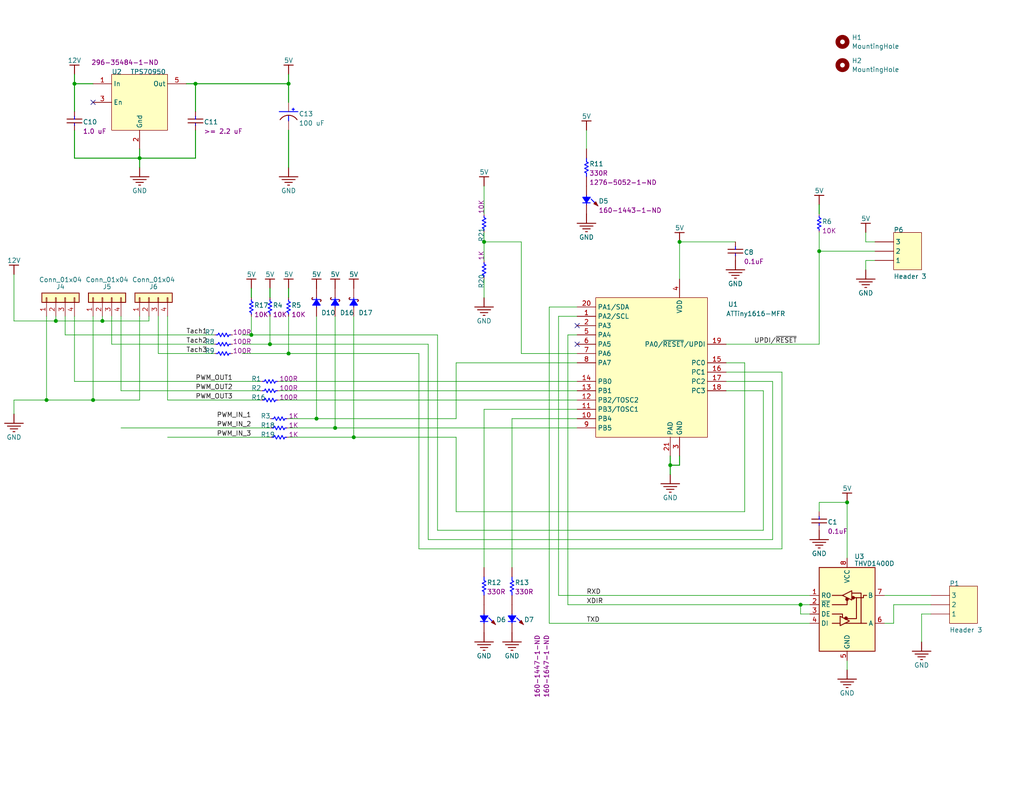
<source format=kicad_sch>
(kicad_sch (version 20231120) (generator "eeschema") (generator_version "8.0")
  (paper "A")
  (lib_symbols
    (symbol "Connector_Generic:Conn_01x04" (pin_names (offset 1.016) hide)
      (property "Reference" "J" (at 0 5.08 0))
      (property "Value" "Conn_01x04" (at 0 -7.62 0))
      (symbol "Conn_01x04_1_1"
        (rectangle (start -1.27 -4.953) (end 0 -5.207) (stroke (width 0.1524)))
        (rectangle (start -1.27 -2.413) (end 0 -2.667) (stroke (width 0.1524)))
        (rectangle (start -1.27 0.127) (end 0 -0.127) (stroke (width 0.1524)))
        (rectangle (start -1.27 2.667) (end 0 2.413) (stroke (width 0.1524)))
        (rectangle (start -1.27 3.81) (end 1.27 -6.35) (stroke (width 0.254)) (fill (type background)))
        (pin passive line (at -5.08 2.54 0) (length 3.81) (name "Pin_1") (number "1"))
        (pin passive line (at -5.08 0 0) (length 3.81) (name "Pin_2") (number "2"))
        (pin passive line (at -5.08 -2.54 0) (length 3.81) (name "Pin_3") (number "3"))
        (pin passive line (at -5.08 -5.08 0) (length 3.81) (name "Pin_4") (number "4"))
      )
    )
    (symbol "Interface_UART:THVD1400D"
      (property "Reference" "U" (at -6.096 11.43 0))
      (property "Value" "THVD1400D" (at 0.762 11.43 0))
      (symbol "THVD1400D_0_1"
        (rectangle (start -7.62 10.16) (end 7.62 -12.7) (stroke (width 0.254)) (fill (type background)))
        (circle (center -0.3048 -3.683) (radius 0.3556) (stroke (width 0.254)) (fill (type outline)))
        (circle (center -0.0254 1.4986) (radius 0.3556) (stroke (width 0.254)) (fill (type outline)))
        (polyline (pts (xy -4.064 -5.08) (xy -1.905 -5.08)) (stroke (width 0.254)))
        (polyline (pts (xy -4.064 2.54) (xy -1.27 2.54)) (stroke (width 0.254)))
        (polyline (pts (xy -1.27 -3.2004) (xy -1.27 -3.4544)) (stroke (width 0.254)))
        (polyline (pts (xy -0.635 -5.08) (xy 5.334 -5.08)) (stroke (width 0.254)))
        (polyline (pts (xy -4.064 -2.54) (xy -1.27 -2.54) (xy -1.27 -3.175)) (stroke (width 0.254)))
        (polyline (pts (xy 0 1.27) (xy 0 0) (xy -4.064 0)) (stroke (width 0.254)))
        (polyline (pts (xy 1.27 3.175) (xy 3.81 3.175) (xy 3.81 -5.08)) (stroke (width 0.254)))
        (polyline (pts (xy 2.54 1.905) (xy 2.54 -3.81) (xy 0 -3.81)) (stroke (width 0.254)))
        (polyline (pts (xy -1.905 -3.175) (xy -1.905 -5.715) (xy 0.635 -4.445) (xy -1.905 -3.175)) (stroke (width 0.254)))
        (polyline (pts (xy -1.27 2.54) (xy 1.27 3.81) (xy 1.27 1.27) (xy -1.27 2.54)) (stroke (width 0.254)))
        (polyline (pts (xy 1.905 1.905) (xy 4.445 1.905) (xy 4.445 2.54) (xy 5.334 2.54)) (stroke (width 0.254)))
        (rectangle (start 1.27 3.175) (end 1.27 3.175))
        (circle (center 1.651 1.905) (radius 0.3556) (stroke (width 0.254)) (fill (type outline)))
      )
      (symbol "THVD1400D_1_1"
        (pin output line (at -10.16 2.54 0) (length 2.54) (name "RO") (number "1"))
        (pin input line (at -10.16 0 0) (length 2.54) (name "~{RE}") (number "2"))
        (pin input line (at -10.16 -2.54 0) (length 2.54) (name "DE") (number "3"))
        (pin input line (at -10.16 -5.08 0) (length 2.54) (name "DI") (number "4"))
        (pin power_in line (at 0 -15.24 90) (length 2.54) (name "GND") (number "5"))
        (pin bidirectional line (at 10.16 -5.08 180) (length 2.54) (name "A") (number "6"))
        (pin bidirectional line (at 10.16 2.54 180) (length 2.54) (name "B") (number "7"))
        (pin power_in line (at 0 12.7 270) (length 2.54) (name "VCC") (number "8"))
      )
    )
    (symbol "Mechanical:MountingHole" (pin_names (offset 1.016))
      (property "Reference" "H" (at 0 5.08 0))
      (property "Value" "MountingHole" (at 0 3.175 0))
      (symbol "MountingHole_0_1"
        (circle (center 0 0) (radius 1.27) (stroke (width 1.27)))
      )
    )
    (symbol "PWMMapper R4-altium-import:12V" (power)
      (property "Reference" "#PWR" (at 0 0 0))
      (property "Value" "12V" (at 0 3.81 0))
      (symbol "12V_0_0"
        (polyline (pts (xy -1.27 -2.54) (xy 1.27 -2.54)) (stroke (width 0.254)))
        (polyline (pts (xy 0 0) (xy 0 -2.54)) (stroke (width 0.254)))
        (pin power_in line (at 0 0 0) (length 0) hide (name "12V") (number ""))
      )
    )
    (symbol "PWMMapper R4-altium-import:5V" (power)
      (property "Reference" "#PWR" (at 0 0 0))
      (property "Value" "5V" (at 0 3.81 0))
      (symbol "5V_0_0"
        (polyline (pts (xy -1.27 -2.54) (xy 1.27 -2.54)) (stroke (width 0.254)))
        (polyline (pts (xy 0 0) (xy 0 -2.54)) (stroke (width 0.254)))
        (pin power_in line (at 0 0 0) (length 0) hide (name "5V") (number ""))
      )
    )
    (symbol "PWMMapper R4-altium-import:GND" (power)
      (property "Reference" "#PWR" (at 0 0 0))
      (property "Value" "GND" (at 0 6.35 0))
      (symbol "GND_0_0"
        (polyline (pts (xy -2.54 -2.54) (xy 2.54 -2.54)) (stroke (width 0.254)))
        (polyline (pts (xy -1.778 -3.302) (xy 1.778 -3.302)) (stroke (width 0.254)))
        (polyline (pts (xy -1.016 -4.064) (xy 1.016 -4.064)) (stroke (width 0.254)))
        (polyline (pts (xy -0.254 -4.826) (xy 0.254 -4.826)) (stroke (width 0.254)))
        (polyline (pts (xy 0 0) (xy 0 -2.54)) (stroke (width 0.254)))
        (pin power_in line (at 0 0 0) (length 0) hide (name "GND") (number ""))
      )
    )
    (symbol "PWMMapper R4-altium-import:root_0_100 uf SMT Panasonic Cap"
      (symbol "root_0_100 uf SMT Panasonic Cap_1_0"
        (polyline (pts (xy -2.54 1.27) (xy 2.54 1.27)) (stroke (width 0.254) (color 0 0 255 1)))
        (polyline (pts (xy 0 0.254) (xy 0 -1.27)) (stroke (width 0.254) (color 0 0 255 1)))
        (polyline (pts (xy 1.27 2.223) (xy 1.27 1.588)) (stroke (width 0.254) (color 0 0 255 1)))
        (polyline (pts (xy 1.588 1.905) (xy 0.953 1.905)) (stroke (width 0.254) (color 0 0 255 1)))
        (arc (start 2.3092 -0.9231) (mid 0 0.279) (end -2.3092 -0.9231) (stroke (width 0.254)))
        (pin passive line (at 0 3.81 270) (length 2.54) (name "1") (number "1"))
        (pin passive line (at 0 -3.81 90) (length 2.54) (name "2") (number "2"))
      )
    )
    (symbol "PWMMapper R4-altium-import:root_0_Res Semi Small"
      (symbol "root_0_Res Semi Small_1_0"
        (polyline (pts (xy 4.572 0) (xy 4.064 0) (xy 3.81 -0.508) (xy 3.302 0.508) (xy 2.794 -0.508) (xy 2.286 0.508) (xy 1.778 -0.508) (xy 1.27 0.508) (xy 1.016 0) (xy 0.508 0)) (stroke (width 0.254) (color 0 0 255 1)))
        (pin passive line (at 0 0 0) (length 0.508) (name "1") (number "1"))
        (pin passive line (at 5.08 0 180) (length 0.508) (name "2") (number "2"))
      )
    )
    (symbol "PWMMapper R4-altium-import:root_0_TPS709XX"
      (symbol "root_0_TPS709XX_1_0"
        (rectangle (start 7.62 7.62) (end -7.62 -7.62) (fill (type background)))
        (pin power_in line (at -12.7 5.08 0) (length 5.08) (name "In") (number "1"))
        (pin power_in line (at 0 -12.7 90) (length 5.08) (name "Gnd") (number "2"))
        (pin input line (at -12.7 0 0) (length 5.08) (name "En") (number "3"))
        (pin power_in line (at 12.7 5.08 180) (length 5.08) (name "Out") (number "5"))
      )
    )
    (symbol "PWMMapper R4-altium-import:root_0_mirrored_ATTiny1616-MFR"
      (symbol "root_0_mirrored_ATTiny1616-MFR_1_0"
        (rectangle (start -5.08 15.24) (end -35.56 -22.86) (fill (type background)))
        (pin bidirectional line (at -40.64 10.16 0) (length 5.08) (name "PA2/SCL") (number "1"))
        (pin bidirectional line (at -40.64 -17.78 0) (length 5.08) (name "PB4") (number "10"))
        (pin bidirectional line (at -40.64 -15.24 0) (length 5.08) (name "PB3/TOSC1") (number "11"))
        (pin bidirectional line (at -40.64 -12.7 0) (length 5.08) (name "PB2/TOSC2") (number "12"))
        (pin bidirectional line (at -40.64 -10.16 0) (length 5.08) (name "PB1") (number "13"))
        (pin bidirectional line (at -40.64 -7.62 0) (length 5.08) (name "PB0") (number "14"))
        (pin bidirectional line (at 0 -2.54 180) (length 5.08) (name "PC0") (number "15"))
        (pin bidirectional line (at 0 -5.08 180) (length 5.08) (name "PC1") (number "16"))
        (pin bidirectional line (at 0 -7.62 180) (length 5.08) (name "PC2") (number "17"))
        (pin bidirectional line (at 0 -10.16 180) (length 5.08) (name "PC3") (number "18"))
        (pin passive line (at 0 2.54 180) (length 5.08) (name "PA0/~{RESET}/UPDI") (number "19"))
        (pin bidirectional line (at -40.64 7.62 0) (length 5.08) (name "PA3") (number "2"))
        (pin bidirectional line (at -40.64 12.7 0) (length 5.08) (name "PA1/SDA") (number "20"))
        (pin power_in line (at -15.24 -27.94 90) (length 5.08) (name "PAD") (number "21"))
        (pin power_in line (at -12.7 -27.94 90) (length 5.08) (name "GND") (number "3"))
        (pin power_in line (at -12.7 20.32 270) (length 5.08) (name "VDD") (number "4"))
        (pin bidirectional line (at -40.64 5.08 0) (length 5.08) (name "PA4") (number "5"))
        (pin bidirectional line (at -40.64 2.54 0) (length 5.08) (name "PA5") (number "6"))
        (pin bidirectional line (at -40.64 0 0) (length 5.08) (name "PA6") (number "7"))
        (pin bidirectional line (at -40.64 -2.54 0) (length 5.08) (name "PA7") (number "8"))
        (pin bidirectional line (at -40.64 -20.32 0) (length 5.08) (name "PB5") (number "9"))
      )
    )
    (symbol "PWMMapper R4-altium-import:root_1_Cap"
      (symbol "root_1_Cap_1_0"
        (polyline (pts (xy -2.032 3.048) (xy 2.032 3.048)) (stroke (width 0.254)))
        (polyline (pts (xy 0 1.27) (xy 0 2.032)) (stroke (width 0.254) (color 0 0 255 1)))
        (polyline (pts (xy 0 3.81) (xy 0 3.048)) (stroke (width 0.254) (color 0 0 255 1)))
        (polyline (pts (xy 2.032 2.032) (xy -2.032 2.032)) (stroke (width 0.254)))
        (pin passive line (at 0 0 90) (length 1.27) (name "1") (number "1"))
        (pin passive line (at 0 5.08 270) (length 1.27) (name "2") (number "2"))
      )
    )
    (symbol "PWMMapper R4-altium-import:root_1_Res Semi"
      (symbol "root_1_Res Semi_1_0"
        (polyline (pts (xy 2.54 5.08) (xy 2.54 4.064) (xy 3.048 3.81) (xy 2.032 3.302) (xy 3.048 2.794) (xy 2.032 2.286) (xy 3.048 1.778) (xy 2.032 1.27) (xy 2.54 1.016) (xy 2.54 0)) (stroke (width 0.254) (color 0 0 255 1)))
        (pin passive line (at 2.54 -2.54 90) (length 2.54) (name "1") (number "1"))
        (pin passive line (at 2.54 7.62 270) (length 2.54) (name "2") (number "2"))
      )
    )
    (symbol "PWMMapper R4-altium-import:root_1_Res Semi Small"
      (symbol "root_1_Res Semi Small_1_0"
        (polyline (pts (xy 0 4.572) (xy 0 4.064) (xy 0.508 3.81) (xy -0.508 3.302) (xy 0.508 2.794) (xy -0.508 2.286) (xy 0.508 1.778) (xy -0.508 1.27) (xy 0 1.016) (xy 0 0.508)) (stroke (width 0.254) (color 0 0 255 1)))
        (pin passive line (at 0 0 90) (length 0.508) (name "1") (number "1"))
        (pin passive line (at 0 5.08 270) (length 0.508) (name "2") (number "2"))
      )
    )
    (symbol "PWMMapper R4-altium-import:root_1_Schottky Diode"
      (symbol "root_1_Schottky Diode_1_0"
        (arc (start -1.016 2.54) (mid -1.2689 2.286) (end -1.016 2.032) (stroke (width 0.254)))
        (polyline (pts (xy -1.016 2.032) (xy 1.016 2.032)) (stroke (width 0.254) (color 0 0 255 1)))
        (polyline (pts (xy 0 0.508) (xy 0 0)) (stroke (width 0.254) (color 0 0 255 1)))
        (polyline (pts (xy 0 2.032) (xy 0 2.54)) (stroke (width 0.254) (color 0 0 255 1)))
        (polyline (pts (xy 0 2.032) (xy -1.016 0.508) (xy 1.016 0.508) (xy 0 2.032)) (stroke (width 0.254) (color 0 0 255 1)))
        (polyline (pts (xy -1.016 0.508) (xy 0 1.778) (xy 0.762 0.508) (xy -0.762 0.762) (xy 0 1.524) (xy 0.508 0.762) (xy -0.508 0.762) (xy 0 1.27) (xy 0.254 0.762) (xy -0.254 1.016)) (stroke (width 0.254) (color 0 0 255 1)))
        (arc (start 1.016 1.524) (mid 1.2689 1.778) (end 1.016 2.032) (stroke (width 0.254)))
        (pin passive line (at 0 5.08 270) (length 2.54) (name "1") (number "1"))
        (pin passive line (at 0 -2.54 90) (length 2.54) (name "2") (number "2"))
      )
    )
    (symbol "PWMMapper R4-altium-import:root_2_mirrored_Header 3"
      (symbol "root_2_mirrored_Header 3_1_0"
        (rectangle (start 7.62 10.16) (end 0 0) (fill (type background)))
        (pin passive line (at -5.08 2.54 0) (length 5.08) (name "1") (number "1"))
        (pin passive line (at -5.08 5.08 0) (length 5.08) (name "2") (number "2"))
        (pin passive line (at -5.08 7.62 0) (length 5.08) (name "3") (number "3"))
      )
    )
    (symbol "PWMMapper R4-altium-import:root_3_LED0"
      (symbol "root_3_LED0_1_0"
        (polyline (pts (xy -2.54 -4.572) (xy -2.54 -5.08)) (stroke (width 0.254) (color 0 0 255 1)))
        (polyline (pts (xy -2.54 -3.048) (xy -2.54 -2.54)) (stroke (width 0.254) (color 0 0 255 1)))
        (polyline (pts (xy -1.524 -4.572) (xy -3.556 -4.572)) (stroke (width 0.254) (color 0 0 255 1)))
        (polyline (pts (xy -1.27 -3.556) (xy 0.508 -5.334)) (stroke (width 0.254) (color 0 0 255 1)))
        (polyline (pts (xy -2.54 -4.572) (xy -1.524 -3.048) (xy -3.556 -3.048) (xy -2.54 -4.572)) (stroke (width 0.254) (color 0 0 255 1)))
        (polyline (pts (xy 0.508 -5.334) (xy 0 -4.318) (xy -0.508 -4.826) (xy 0.508 -5.334)) (stroke (width 0.254)) (fill (type outline)))
        (polyline (pts (xy -1.524 -3.048) (xy -2.54 -4.318) (xy -3.302 -3.048) (xy -1.778 -3.302) (xy -2.54 -4.064) (xy -3.048 -3.302) (xy -2.032 -3.302) (xy -2.54 -3.81) (xy -2.794 -3.302) (xy -2.286 -3.556)) (stroke (width 0.254) (color 0 0 255 1)))
        (pin passive line (at -2.54 0 270) (length 2.54) (name "1") (number "1"))
        (pin passive line (at -2.54 -7.62 90) (length 2.54) (name "2") (number "2"))
      )
    )
  )
  (junction (at 25.4 109.22))
  (junction (at 223.52 68.58))
  (junction (at 68.58 91.44))
  (junction (at 27.94 87.63))
  (junction (at 73.66 93.98))
  (junction (at 96.52 119.38))
  (junction (at 132.08 66.04))
  (junction (at 12.7 109.22))
  (junction (at 53.34 22.86))
  (junction (at 91.44 116.84))
  (junction (at 231.14 137.16))
  (junction (at 78.74 96.52))
  (junction (at 86.36 114.3))
  (junction (at 182.88 127))
  (junction (at 185.42 66.04))
  (junction (at 15.24 87.63))
  (junction (at 38.1 43.18))
  (junction (at 218.44 165.1))
  (junction (at 20.32 22.86))
  (junction (at 78.74 22.86))
  (no_connect (at 157.48 93.98))
  (no_connect (at 25.4 27.94))
  (no_connect (at 157.48 88.9))
  (wire (pts (xy 27.94 86.36) (xy 27.94 87.63)))
  (wire (pts (xy 210.82 147.32) (xy 116.84 147.32)))
  (wire (pts (xy 149.86 83.82) (xy 149.86 170.18)))
  (wire (pts (xy 33.02 106.68) (xy 33.02 86.36)))
  (wire (pts (xy 53.34 35.56) (xy 53.34 43.18)) (stroke (width 0.254)))
  (wire (pts (xy 43.18 86.36) (xy 43.18 96.52)))
  (wire (pts (xy 132.08 63.5) (xy 132.08 66.04)))
  (wire (pts (xy 182.88 129.54) (xy 182.88 127)) (stroke (width 0.254)))
  (wire (pts (xy 243.84 165.1) (xy 254 165.1)))
  (wire (pts (xy 3.81 113.03) (xy 3.81 109.22)))
  (wire (pts (xy 210.82 104.14) (xy 210.82 147.32)))
  (wire (pts (xy 68.58 81.28) (xy 68.58 78.74)) (stroke (width 0.254)))
  (wire (pts (xy 66.04 91.44) (xy 68.58 91.44)))
  (wire (pts (xy 208.28 106.68) (xy 198.12 106.68)))
  (wire (pts (xy 27.94 87.63) (xy 40.64 87.63)))
  (wire (pts (xy 96.52 119.38) (xy 124.46 119.38)))
  (wire (pts (xy 76.2 104.14) (xy 157.48 104.14)))
  (wire (pts (xy 78.74 45.72) (xy 78.74 35.56)) (stroke (width 0.254)))
  (wire (pts (xy 76.2 106.68) (xy 157.48 106.68)))
  (wire (pts (xy 17.78 86.36) (xy 17.78 91.44)))
  (wire (pts (xy 45.72 109.22) (xy 71.12 109.22)))
  (wire (pts (xy 198.12 99.06) (xy 203.2 99.06)))
  (wire (pts (xy 20.32 104.14) (xy 20.32 86.36)))
  (wire (pts (xy 96.52 86.36) (xy 96.52 119.38)))
  (wire (pts (xy 223.52 68.58) (xy 223.52 93.98)))
  (wire (pts (xy 53.34 22.86) (xy 78.74 22.86)) (stroke (width 0.254)))
  (wire (pts (xy 20.32 22.86) (xy 25.4 22.86)) (stroke (width 0.254)))
  (wire (pts (xy 38.1 43.18) (xy 38.1 40.64)) (stroke (width 0.254)))
  (wire (pts (xy 114.3 96.52) (xy 114.3 149.86)))
  (wire (pts (xy 182.88 127) (xy 185.42 127)) (stroke (width 0.254)))
  (wire (pts (xy 132.08 111.76) (xy 132.08 154.94)))
  (wire (pts (xy 213.36 149.86) (xy 213.36 101.6)))
  (wire (pts (xy 218.44 165.1) (xy 218.44 167.64)))
  (wire (pts (xy 231.14 180.34) (xy 231.14 182.88)))
  (wire (pts (xy 12.7 86.36) (xy 12.7 109.22)))
  (wire (pts (xy 139.7 154.94) (xy 139.7 114.3)))
  (wire (pts (xy 223.52 137.16) (xy 223.52 139.7)))
  (wire (pts (xy 142.24 96.52) (xy 157.48 96.52)))
  (wire (pts (xy 185.42 127) (xy 185.42 124.46)) (stroke (width 0.254)))
  (wire (pts (xy 30.48 86.36) (xy 30.48 93.98)))
  (wire (pts (xy 76.2 109.22) (xy 157.48 109.22)))
  (wire (pts (xy 119.38 144.78) (xy 208.28 144.78)))
  (wire (pts (xy 154.94 91.44) (xy 154.94 165.1)))
  (wire (pts (xy 132.08 50.8) (xy 132.08 58.42)))
  (wire (pts (xy 78.74 20.32) (xy 78.74 22.86)) (stroke (width 0.254)))
  (wire (pts (xy 45.72 119.38) (xy 73.66 119.38)))
  (wire (pts (xy 254 167.64) (xy 251.46 167.64)))
  (wire (pts (xy 152.4 86.36) (xy 152.4 162.56)))
  (wire (pts (xy 241.3 170.18) (xy 243.84 170.18)))
  (wire (pts (xy 15.24 87.63) (xy 27.94 87.63)))
  (wire (pts (xy 236.22 73.66) (xy 236.22 71.12)))
  (wire (pts (xy 91.44 116.84) (xy 78.74 116.84)))
  (wire (pts (xy 149.86 170.18) (xy 220.98 170.18)))
  (wire (pts (xy 223.52 55.88) (xy 223.52 58.42)) (stroke (width 0.254)))
  (wire (pts (xy 17.78 91.44) (xy 58.42 91.44)))
  (wire (pts (xy 53.34 22.86) (xy 53.34 30.48)) (stroke (width 0.254)))
  (wire (pts (xy 3.81 87.63) (xy 15.24 87.63)))
  (wire (pts (xy 91.44 86.36) (xy 91.44 116.84)))
  (wire (pts (xy 157.48 86.36) (xy 152.4 86.36)))
  (wire (pts (xy 160.02 35.56) (xy 160.02 40.64)))
  (wire (pts (xy 33.02 106.68) (xy 71.12 106.68)))
  (wire (pts (xy 33.02 116.84) (xy 73.66 116.84)))
  (wire (pts (xy 124.46 99.06) (xy 124.46 114.3)))
  (wire (pts (xy 149.86 83.82) (xy 157.48 83.82)))
  (wire (pts (xy 236.22 66.04) (xy 238.76 66.04)))
  (wire (pts (xy 78.74 96.52) (xy 114.3 96.52)))
  (wire (pts (xy 53.34 43.18) (xy 38.1 43.18)) (stroke (width 0.254)))
  (wire (pts (xy 20.32 35.56) (xy 20.32 43.18)) (stroke (width 0.254)))
  (wire (pts (xy 116.84 147.32) (xy 116.84 93.98)))
  (wire (pts (xy 236.22 71.12) (xy 238.76 71.12)))
  (wire (pts (xy 203.2 139.7) (xy 124.46 139.7)))
  (wire (pts (xy 231.14 137.16) (xy 223.52 137.16)))
  (wire (pts (xy 78.74 114.3) (xy 86.36 114.3)))
  (wire (pts (xy 152.4 162.56) (xy 220.98 162.56)))
  (wire (pts (xy 68.58 91.44) (xy 68.58 86.36)))
  (wire (pts (xy 66.04 93.98) (xy 73.66 93.98)))
  (wire (pts (xy 25.4 86.36) (xy 25.4 109.22)))
  (wire (pts (xy 53.34 22.86) (xy 50.8 22.86)) (stroke (width 0.254)))
  (wire (pts (xy 182.88 124.46) (xy 182.88 127)) (stroke (width 0.254)))
  (wire (pts (xy 66.04 96.52) (xy 78.74 96.52)))
  (wire (pts (xy 30.48 93.98) (xy 58.42 93.98)))
  (wire (pts (xy 236.22 63.5) (xy 236.22 66.04)))
  (wire (pts (xy 73.66 93.98) (xy 116.84 93.98)))
  (wire (pts (xy 185.42 66.04) (xy 200.66 66.04)))
  (wire (pts (xy 38.1 43.18) (xy 38.1 45.72)) (stroke (width 0.254)))
  (wire (pts (xy 243.84 170.18) (xy 243.84 165.1)))
  (wire (pts (xy 20.32 22.86) (xy 20.32 30.48)) (stroke (width 0.254)))
  (wire (pts (xy 20.32 20.32) (xy 20.32 22.86)) (stroke (width 0.254)))
  (wire (pts (xy 15.24 86.36) (xy 15.24 87.63)))
  (wire (pts (xy 142.24 66.04) (xy 142.24 96.52)))
  (wire (pts (xy 119.38 91.44) (xy 119.38 144.78)))
  (wire (pts (xy 218.44 167.64) (xy 220.98 167.64)))
  (wire (pts (xy 203.2 99.06) (xy 203.2 139.7)))
  (wire (pts (xy 154.94 91.44) (xy 157.48 91.44)))
  (wire (pts (xy 185.42 76.2) (xy 185.42 66.04)))
  (wire (pts (xy 132.08 66.04) (xy 142.24 66.04)))
  (wire (pts (xy 231.14 152.4) (xy 231.14 137.16)))
  (wire (pts (xy 157.48 111.76) (xy 132.08 111.76)))
  (wire (pts (xy 213.36 101.6) (xy 198.12 101.6)))
  (wire (pts (xy 223.52 93.98) (xy 198.12 93.98)))
  (wire (pts (xy 38.1 86.36) (xy 38.1 109.22)))
  (wire (pts (xy 78.74 96.52) (xy 78.74 86.36)))
  (wire (pts (xy 73.66 93.98) (xy 73.66 86.36)))
  (wire (pts (xy 43.18 96.52) (xy 58.42 96.52)))
  (wire (pts (xy 198.12 104.14) (xy 210.82 104.14)))
  (wire (pts (xy 91.44 116.84) (xy 157.48 116.84)))
  (wire (pts (xy 40.64 86.36) (xy 40.64 87.63)))
  (wire (pts (xy 208.28 144.78) (xy 208.28 106.68)))
  (wire (pts (xy 20.32 104.14) (xy 71.12 104.14)))
  (wire (pts (xy 68.58 91.44) (xy 119.38 91.44)))
  (wire (pts (xy 132.08 66.04) (xy 132.08 71.12)))
  (wire (pts (xy 223.52 63.5) (xy 223.52 68.58)))
  (wire (pts (xy 45.72 109.22) (xy 45.72 86.36)))
  (wire (pts (xy 20.32 43.18) (xy 38.1 43.18)) (stroke (width 0.254)))
  (wire (pts (xy 86.36 86.36) (xy 86.36 114.3)))
  (wire (pts (xy 73.66 81.28) (xy 73.66 78.74)) (stroke (width 0.254)))
  (wire (pts (xy 124.46 114.3) (xy 86.36 114.3)))
  (wire (pts (xy 3.81 74.93) (xy 3.81 87.63)))
  (wire (pts (xy 12.7 109.22) (xy 25.4 109.22)))
  (wire (pts (xy 78.74 119.38) (xy 96.52 119.38)))
  (wire (pts (xy 220.98 165.1) (xy 218.44 165.1)))
  (wire (pts (xy 124.46 99.06) (xy 157.48 99.06)))
  (wire (pts (xy 132.08 76.2) (xy 132.08 81.28)))
  (wire (pts (xy 154.94 165.1) (xy 218.44 165.1)))
  (wire (pts (xy 3.81 109.22) (xy 12.7 109.22)))
  (wire (pts (xy 78.74 81.28) (xy 78.74 78.74)) (stroke (width 0.254)))
  (wire (pts (xy 223.52 68.58) (xy 238.76 68.58)))
  (wire (pts (xy 25.4 109.22) (xy 38.1 109.22)))
  (wire (pts (xy 251.46 167.64) (xy 251.46 175.26)))
  (wire (pts (xy 114.3 149.86) (xy 213.36 149.86)))
  (wire (pts (xy 139.7 114.3) (xy 157.48 114.3)))
  (wire (pts (xy 124.46 139.7) (xy 124.46 119.38)))
  (wire (pts (xy 78.74 27.94) (xy 78.74 22.86)) (stroke (width 0.254)))
  (wire (pts (xy 241.3 162.56) (xy 254 162.56)))
  (label "Tach1" (at 50.8 91.44 0))
  (label "Tach3" (at 50.8 96.52 0))
  (label "PWM_IN_3" (at 68.58 119.38 180))
  (label "XDIR" (at 160.02 165.1 0))
  (label "PWM_IN_1" (at 68.58 114.3 180))
  (label "UPDI/~{RESET}" (at 205.74 93.98 0))
  (label "Tach2" (at 50.8 93.98 0))
  (label "TXD" (at 160.02 170.18 0))
  (label "PWM_IN_2" (at 68.58 116.84 180))
  (label "PWM_OUT2" (at 53.34 106.68 0))
  (label "RXD" (at 160.02 162.56 0))
  (label "PWM_OUT1" (at 53.34 104.14 0))
  (label "PWM_OUT3" (at 53.34 109.22 0))
  (symbol (lib_id "PWMMapper R4-altium-import:GND") (at 132.08 172.72 0) (unit 1)
    (property "Reference" "#PWR0118" (effects (hide yes)))
    (property "Value" "GND" (at 132.08 179.07 0))
  )
  (symbol (lib_id "PWMMapper R4-altium-import:root_0_TPS709XX") (at 38.1 27.94 0) (unit 1)
    (property "Reference" "U2" (at 30.48 20.32 0) (effects (justify left bottom)))
    (property "Value" "TPS70950" (at 35.56 20.32 0) (effects (justify left bottom)))
    (property "Footprint" "Package_TO_SOT_SMD:SOT-23-5" (effects (hide yes)))
    (property "DKPN" "296-35483-1-ND (3.3V Version)" (effects (hide yes)))
    (property "SUPPLIER 1" "Digi-Key" (effects (hide yes)))
    (property "SUPPLIER PART NUMBER 1" "296-35484-1-ND" (at 24.892 17.78 0) (effects (justify left bottom)))
  )
  (symbol (lib_id "PWMMapper R4-altium-import:5V") (at 160.02 35.56 180) (unit 1)
    (property "Reference" "#PWR0116" (effects (hide yes)))
    (property "Value" "5V" (at 160.02 31.75 0))
  )
  (symbol (lib_id "PWMMapper R4-altium-import:5V") (at 78.74 78.74 180) (unit 1)
    (property "Reference" "#PWR0101" (effects (hide yes)))
    (property "Value" "5V" (at 78.74 74.93 0))
  )
  (symbol (lib_id "PWMMapper R4-altium-import:root_1_Res Semi") (at 129.54 162.56 0) (unit 1)
    (property "Reference" "R12" (at 132.842 159.766 0) (effects (justify left bottom)))
    (property "Value" "Res Semi" (effects (hide yes)))
    (property "Footprint" "Resistor_SMD:R_0603_1608Metric" (effects (hide yes)))
    (property "PUBLISHED" "8-Jun-2000" (effects (hide yes)))
    (property "LATESTREVISIONDATE" "17-Jul-2002" (effects (hide yes)))
    (property "LATESTREVISIONNOTE" "Re-released for DXP Platform." (effects (hide yes)))
    (property "PACKAGEREFERENCE" "AXIAL-0.5" (effects (hide yes)))
    (property "PUBLISHER" "Altium Limited" (effects (hide yes)))
    (property "ALTIUM_VALUE" "330R" (at 132.842 162.306 0) (effects (justify left bottom)))
    (property "SUPPLIER 1" "Digi-Key" (effects (hide yes)))
    (property "SUPPLIER PART NUMBER 1" "1276-5052-1-ND" (effects (hide yes)))
  )
  (symbol (lib_id "PWMMapper R4-altium-import:root_1_Cap") (at 53.34 35.56 0) (unit 1)
    (property "Reference" "C11" (at 55.626 34.036 0) (effects (justify left bottom)))
    (property "Value" "Cap" (effects (hide yes)))
    (property "Footprint" "Capacitor_SMD:C_1206_3216Metric" (effects (hide yes)))
    (property "PUBLISHED" "8-Jun-2000" (effects (hide yes)))
    (property "LATESTREVISIONDATE" "17-Jul-2002" (effects (hide yes)))
    (property "LATESTREVISIONNOTE" "Re-released for DXP Platform." (effects (hide yes)))
    (property "PACKAGEREFERENCE" "RAD-0.3" (effects (hide yes)))
    (property "PUBLISHER" "Altium Limited" (effects (hide yes)))
    (property "ALTIUM_VALUE" ">= 2.2 uF" (at 55.626 36.576 0) (effects (justify left bottom)))
  )
  (symbol (lib_id "PWMMapper R4-altium-import:5V") (at 86.36 78.74 180) (unit 1)
    (property "Reference" "#PWR0103" (effects (hide yes)))
    (property "Value" "5V" (at 86.36 74.93 0))
  )
  (symbol (lib_id "PWMMapper R4-altium-import:root_1_Cap") (at 223.52 144.78 0) (unit 1)
    (property "Reference" "C1" (at 225.806 143.256 0) (effects (justify left bottom)))
    (property "Value" "Cap" (effects (hide yes)))
    (property "Footprint" "Capacitor_SMD:C_0603_1608Metric" (effects (hide yes)))
    (property "ALTIUM_VALUE" "0.1uF" (at 225.806 145.796 0) (effects (justify left bottom)))
    (property "SUPPLIER PART NUMBER 1" "445-1316-1-ND" (effects (hide yes)))
    (property "SUPPLIER 1" "Digi-Key" (effects (hide yes)))
    (property "COST" "derp" (effects (hide yes)))
  )
  (symbol (lib_id "PWMMapper R4-altium-import:GND") (at 139.7 172.72 0) (unit 1)
    (property "Reference" "#PWR0119" (effects (hide yes)))
    (property "Value" "GND" (at 139.7 179.07 0))
  )
  (symbol (lib_id "PWMMapper R4-altium-import:root_2_mirrored_Header 3") (at 259.08 170.18 0) (unit 1)
    (property "Reference" "P1" (at 259.08 160.02 0) (effects (justify left bottom)))
    (property "Value" "Header 3" (at 259.08 172.72 0) (effects (justify left bottom)))
    (property "Footprint" "Connector_JST:JST_XH_B3B-XH-AM_1x03_P2.50mm_Vertical" (effects (hide yes)))
    (property "LATESTREVISIONDATE" "17-Jul-2002" (effects (hide yes)))
    (property "LATESTREVISIONNOTE" "Re-released for DXP Platform." (effects (hide yes)))
    (property "PUBLISHER" "Altium Limited" (effects (hide yes)))
  )
  (symbol (lib_id "PWMMapper R4-altium-import:root_1_Schottky Diode") (at 86.36 83.82 0) (unit 1)
    (property "Reference" "D10" (at 87.63 86.106 0) (effects (justify left bottom)))
    (property "Value" "Schottky Diode" (effects (hide yes)))
    (property "Footprint" "Diode_SMD:D_SOD-323" (effects (hide yes)))
  )
  (symbol (lib_id "Interface_UART:THVD1400D") (at 231.14 165.1 0) (unit 1)
    (property "Reference" "U3" (at 233.0959 151.9301 0) (effects (justify left)))
    (property "Value" "THVD1400D" (at 233.0959 153.8511 0) (effects (justify left)))
    (property "Footprint" "Package_SO:SOIC-8_3.9x4.9mm_P1.27mm" (effects (hide yes)))
    (property "Datasheet" "https://www.ti.com/lit/ds/symlink/thvd1420.pdf" (effects (hide yes)))
  )
  (symbol (lib_id "PWMMapper R4-altium-import:root_3_LED0") (at 162.56 50.8 0) (unit 1)
    (property "Reference" "D5" (at 163.322 55.626 0) (effects (justify left bottom)))
    (property "Value" "LED0" (effects (hide yes)))
    (property "Footprint" "Diode_SMD:D_0603_1608Metric" (effects (hide yes)))
    (property "PUBLISHED" "8-Jun-2000" (effects (hide yes)))
    (property "LATESTREVISIONDATE" "08-Jul-2005" (effects (hide yes)))
    (property "LATESTREVISIONNOTE" "Mech Layer 1 removed." (effects (hide yes)))
    (property "PACKAGEREFERENCE" "LED-0" (effects (hide yes)))
    (property "PUBLISHER" "Altium Limited" (effects (hide yes)))
    (property "SUPPLIER 1" "Digi-Key" (effects (hide yes)))
    (property "SUPPLIER PART NUMBER 1" "160-1443-1-ND" (at 163.322 58.166 0) (effects (justify left bottom)))
  )
  (symbol (lib_id "PWMMapper R4-altium-import:GND") (at 3.81 113.03 0) (unit 1)
    (property "Reference" "#PWR02" (effects (hide yes)))
    (property "Value" "GND" (at 3.81 119.38 0))
  )
  (symbol (lib_id "PWMMapper R4-altium-import:root_3_LED0") (at 142.24 165.1 0) (unit 1)
    (property "Reference" "D7" (at 143.002 169.926 0) (effects (justify left bottom)))
    (property "Value" "LED0" (effects (hide yes)))
    (property "Footprint" "Diode_SMD:D_0603_1608Metric" (effects (hide yes)))
    (property "PUBLISHED" "8-Jun-2000" (effects (hide yes)))
    (property "LATESTREVISIONDATE" "08-Jul-2005" (effects (hide yes)))
    (property "LATESTREVISIONNOTE" "Mech Layer 1 removed." (effects (hide yes)))
    (property "PACKAGEREFERENCE" "LED-0" (effects (hide yes)))
    (property "PUBLISHER" "Altium Limited" (effects (hide yes)))
    (property "SUPPLIER 1" "Digi-Key" (effects (hide yes)))
    (property "SUPPLIER PART NUMBER 1" "160-1647-1-ND" (at 149.86 190.5 90) (effects (justify left bottom)))
  )
  (symbol (lib_id "PWMMapper R4-altium-import:5V") (at 223.52 55.88 180) (unit 1)
    (property "Reference" "#PWR0110" (effects (hide yes)))
    (property "Value" "5V" (at 223.52 52.07 0))
  )
  (symbol (lib_id "PWMMapper R4-altium-import:5V") (at 78.74 20.32 180) (unit 1)
    (property "Reference" "#PWR0105" (effects (hide yes)))
    (property "Value" "5V" (at 78.74 16.51 0))
  )
  (symbol (lib_id "PWMMapper R4-altium-import:root_1_Schottky Diode") (at 91.44 83.82 0) (unit 1)
    (property "Reference" "D16" (at 92.71 86.106 0) (effects (justify left bottom)))
    (property "Value" "Schottky Diode" (effects (hide yes)))
    (property "Footprint" "Diode_SMD:D_SOD-323" (effects (hide yes)))
  )
  (symbol (lib_id "PWMMapper R4-altium-import:root_1_Res Semi") (at 157.48 48.26 0) (unit 1)
    (property "Reference" "R11" (at 160.782 45.466 0) (effects (justify left bottom)))
    (property "Value" "Res Semi" (effects (hide yes)))
    (property "Footprint" "Resistor_SMD:R_0603_1608Metric" (effects (hide yes)))
    (property "PUBLISHED" "8-Jun-2000" (effects (hide yes)))
    (property "LATESTREVISIONDATE" "17-Jul-2002" (effects (hide yes)))
    (property "LATESTREVISIONNOTE" "Re-released for DXP Platform." (effects (hide yes)))
    (property "PACKAGEREFERENCE" "AXIAL-0.5" (effects (hide yes)))
    (property "PUBLISHER" "Altium Limited" (effects (hide yes)))
    (property "ALTIUM_VALUE" "330R" (at 160.782 48.006 0) (effects (justify left bottom)))
    (property "SUPPLIER 1" "Digi-Key" (effects (hide yes)))
    (property "SUPPLIER PART NUMBER 1" "1276-5052-1-ND" (at 160.782 50.546 0) (effects (justify left bottom)))
  )
  (symbol (lib_id "PWMMapper R4-altium-import:root_3_LED0") (at 134.62 165.1 0) (unit 1)
    (property "Reference" "D6" (at 135.382 169.926 0) (effects (justify left bottom)))
    (property "Value" "LED0" (effects (hide yes)))
    (property "Footprint" "Diode_SMD:D_0603_1608Metric" (effects (hide yes)))
    (property "PUBLISHED" "8-Jun-2000" (effects (hide yes)))
    (property "LATESTREVISIONDATE" "08-Jul-2005" (effects (hide yes)))
    (property "LATESTREVISIONNOTE" "Mech Layer 1 removed." (effects (hide yes)))
    (property "PACKAGEREFERENCE" "LED-0" (effects (hide yes)))
    (property "PUBLISHER" "Altium Limited" (effects (hide yes)))
    (property "SUPPLIER 1" "Digi-Key" (effects (hide yes)))
    (property "SUPPLIER PART NUMBER 1" "160-1447-1-ND" (at 147.32 190.5 90) (effects (justify left bottom)))
  )
  (symbol (lib_id "PWMMapper R4-altium-import:root_0_mirrored_ATTiny1616-MFR") (at 198.12 96.52 0) (unit 1)
    (property "Reference" "U1" (at 198.628 83.82 0) (effects (justify left bottom)))
    (property "Value" "ATTiny1616-MFR" (at 198.12 86.36 0) (effects (justify left bottom)))
    (property "Footprint" "Package_DFN_QFN:QFN-20-1EP_3x3mm_P0.4mm_EP1.65x1.65mm" (effects (hide yes)))
  )
  (symbol (lib_id "PWMMapper R4-altium-import:GND") (at 182.88 129.54 0) (unit 1)
    (property "Reference" "#PWR0115" (effects (hide yes)))
    (property "Value" "GND" (at 182.88 135.89 0))
  )
  (symbol (lib_id "PWMMapper R4-altium-import:GND") (at 231.14 182.88 0) (unit 1)
    (property "Reference" "#PWR012" (effects (hide yes)))
    (property "Value" "GND" (at 231.14 189.23 0))
  )
  (symbol (lib_id "PWMMapper R4-altium-import:5V") (at 96.52 78.74 180) (unit 1)
    (property "Reference" "#PWR09" (effects (hide yes)))
    (property "Value" "5V" (at 96.52 74.93 0))
  )
  (symbol (lib_id "PWMMapper R4-altium-import:5V") (at 231.14 137.16 180) (unit 1)
    (property "Reference" "#PWR014" (effects (hide yes)))
    (property "Value" "5V" (at 231.14 133.35 0))
  )
  (symbol (lib_id "PWMMapper R4-altium-import:root_1_Res Semi") (at 137.16 162.56 0) (unit 1)
    (property "Reference" "R13" (at 140.462 159.766 0) (effects (justify left bottom)))
    (property "Value" "Res Semi" (effects (hide yes)))
    (property "Footprint" "Resistor_SMD:R_0603_1608Metric" (effects (hide yes)))
    (property "PUBLISHED" "8-Jun-2000" (effects (hide yes)))
    (property "LATESTREVISIONDATE" "17-Jul-2002" (effects (hide yes)))
    (property "LATESTREVISIONNOTE" "Re-released for DXP Platform." (effects (hide yes)))
    (property "PACKAGEREFERENCE" "AXIAL-0.5" (effects (hide yes)))
    (property "PUBLISHER" "Altium Limited" (effects (hide yes)))
    (property "ALTIUM_VALUE" "330R" (at 140.462 162.306 0) (effects (justify left bottom)))
    (property "SUPPLIER 1" "Digi-Key" (effects (hide yes)))
    (property "SUPPLIER PART NUMBER 1" "1276-5052-1-ND" (effects (hide yes)))
  )
  (symbol (lib_id "PWMMapper R4-altium-import:root_0_Res Semi Small") (at 73.66 116.84 0) (unit 1)
    (property "Reference" "R18" (at 71.12 116.84 0) (effects (justify left bottom)))
    (property "Value" "Res Semi Small" (effects (hide yes)))
    (property "Footprint" "Resistor_SMD:R_0603_1608Metric" (effects (hide yes)))
    (property "PUBLISHED" "8-Jun-2000" (effects (hide yes)))
    (property "LATESTREVISIONDATE" "17-Jul-2002" (effects (hide yes)))
    (property "LATESTREVISIONNOTE" "Re-released for DXP Platform." (effects (hide yes)))
    (property "PACKAGEREFERENCE" "AXIAL-0.5" (effects (hide yes)))
    (property "PUBLISHER" "Altium Limited" (effects (hide yes)))
    (property "ALTIUM_VALUE" "1K" (at 78.74 116.84 0) (effects (justify left bottom)))
  )
  (symbol (lib_id "PWMMapper R4-altium-import:GND") (at 160.02 58.42 0) (unit 1)
    (property "Reference" "#PWR0117" (effects (hide yes)))
    (property "Value" "GND" (at 160.02 64.77 0))
  )
  (symbol (lib_id "PWMMapper R4-altium-import:GND") (at 223.52 144.78 0) (unit 1)
    (property "Reference" "#PWR013" (effects (hide yes)))
    (property "Value" "GND" (at 223.52 151.13 0))
  )
  (symbol (lib_id "PWMMapper R4-altium-import:root_0_Res Semi Small") (at 71.12 106.68 0) (unit 1)
    (property "Reference" "R2" (at 68.58 106.68 0) (effects (justify left bottom)))
    (property "Value" "Res Semi Small" (effects (hide yes)))
    (property "Footprint" "Resistor_SMD:R_0603_1608Metric" (effects (hide yes)))
    (property "PUBLISHED" "8-Jun-2000" (effects (hide yes)))
    (property "LATESTREVISIONDATE" "17-Jul-2002" (effects (hide yes)))
    (property "LATESTREVISIONNOTE" "Re-released for DXP Platform." (effects (hide yes)))
    (property "PACKAGEREFERENCE" "AXIAL-0.5" (effects (hide yes)))
    (property "PUBLISHER" "Altium Limited" (effects (hide yes)))
    (property "ALTIUM_VALUE" "100R" (at 76.2 106.68 0) (effects (justify left bottom)))
  )
  (symbol (lib_id "PWMMapper R4-altium-import:GND") (at 78.74 45.72 0) (unit 1)
    (property "Reference" "#PWR0107" (effects (hide yes)))
    (property "Value" "GND" (at 78.74 52.07 0))
  )
  (symbol (lib_id "PWMMapper R4-altium-import:12V") (at 3.81 74.93 180) (unit 1)
    (property "Reference" "#PWR01" (effects (hide yes)))
    (property "Value" "12V" (at 3.81 71.12 0))
  )
  (symbol (lib_id "PWMMapper R4-altium-import:5V") (at 73.66 78.74 180) (unit 1)
    (property "Reference" "#PWR0102" (effects (hide yes)))
    (property "Value" "5V" (at 73.66 74.93 0))
  )
  (symbol (lib_id "PWMMapper R4-altium-import:root_0_Res Semi Small") (at 132.08 63.5 90) (unit 1)
    (property "Reference" "R21" (at 132.08 66.04 0) (effects (justify left bottom)))
    (property "Value" "Res Semi Small" (effects (hide yes)))
    (property "Footprint" "Resistor_SMD:R_0603_1608Metric" (effects (hide yes)))
    (property "PUBLISHED" "8-Jun-2000" (effects (hide yes)))
    (property "LATESTREVISIONDATE" "17-Jul-2002" (effects (hide yes)))
    (property "LATESTREVISIONNOTE" "Re-released for DXP Platform." (effects (hide yes)))
    (property "PACKAGEREFERENCE" "AXIAL-0.5" (effects (hide yes)))
    (property "PUBLISHER" "Altium Limited" (effects (hide yes)))
    (property "ALTIUM_VALUE" "10K" (at 132.08 58.42 0) (effects (justify left bottom)))
  )
  (symbol (lib_id "PWMMapper R4-altium-import:root_0_100 uf SMT Panasonic Cap") (at 78.74 31.75 0) (unit 1)
    (property "Reference" "C13" (at 81.534 31.813 0) (effects (justify left bottom)))
    (property "Value" "100 uF" (at 81.534 34.353 0) (effects (justify left bottom)))
    (property "Footprint" "Capacitor_Tantalum_SMD:CP_EIA-3528-21_Kemet-B" (effects (hide yes)))
  )
  (symbol (lib_id "PWMMapper R4-altium-import:root_2_mirrored_Header 3") (at 243.84 73.66 0) (unit 1)
    (property "Reference" "P6" (at 243.84 63.5 0) (effects (justify left bottom)))
    (property "Value" "Header 3" (at 243.84 76.2 0) (effects (justify left bottom)))
    (property "Footprint" "Connector_PinHeader_2.54mm:PinHeader_1x03_P2.54mm_Vertical" (effects (hide yes)))
    (property "LATESTREVISIONDATE" "17-Jul-2002" (effects (hide yes)))
    (property "LATESTREVISIONNOTE" "Re-released for DXP Platform." (effects (hide yes)))
    (property "PUBLISHER" "Altium Limited" (effects (hide yes)))
  )
  (symbol (lib_id "PWMMapper R4-altium-import:root_0_Res Semi Small") (at 58.42 96.52 0) (unit 1)
    (property "Reference" "R9" (at 55.88 96.52 0) (effects (justify left bottom)))
    (property "Value" "Res Semi Small" (effects (hide yes)))
    (property "Footprint" "Resistor_SMD:R_0603_1608Metric" (effects (hide yes)))
    (property "PUBLISHED" "8-Jun-2000" (effects (hide yes)))
    (property "LATESTREVISIONDATE" "17-Jul-2002" (effects (hide yes)))
    (property "LATESTREVISIONNOTE" "Re-released for DXP Platform." (effects (hide yes)))
    (property "PACKAGEREFERENCE" "AXIAL-0.5" (effects (hide yes)))
    (property "PUBLISHER" "Altium Limited" (effects (hide yes)))
    (property "ALTIUM_VALUE" "100R" (at 63.5 96.52 0) (effects (justify left bottom)))
  )
  (symbol (lib_id "PWMMapper R4-altium-import:root_1_Cap") (at 20.32 35.56 0) (unit 1)
    (property "Reference" "C10" (at 22.606 34.036 0) (effects (justify left bottom)))
    (property "Value" "Cap" (effects (hide yes)))
    (property "Footprint" "Capacitor_SMD:C_1206_3216Metric" (effects (hide yes)))
    (property "PUBLISHED" "8-Jun-2000" (effects (hide yes)))
    (property "LATESTREVISIONDATE" "17-Jul-2002" (effects (hide yes)))
    (property "LATESTREVISIONNOTE" "Re-released for DXP Platform." (effects (hide yes)))
    (property "PACKAGEREFERENCE" "RAD-0.3" (effects (hide yes)))
    (property "PUBLISHER" "Altium Limited" (effects (hide yes)))
    (property "ALTIUM_VALUE" "1.0 uF" (at 22.606 36.576 0) (effects (justify left bottom)))
  )
  (symbol (lib_id "PWMMapper R4-altium-import:12V") (at 20.32 20.32 180) (unit 1)
    (property "Reference" "#PWR0104" (effects (hide yes)))
    (property "Value" "12V" (at 20.32 16.51 0))
  )
  (symbol (lib_id "PWMMapper R4-altium-import:root_1_Cap") (at 200.66 71.12 0) (unit 1)
    (property "Reference" "C8" (at 202.946 69.596 0) (effects (justify left bottom)))
    (property "Value" "Cap" (effects (hide yes)))
    (property "Footprint" "Capacitor_SMD:C_0603_1608Metric" (effects (hide yes)))
    (property "ALTIUM_VALUE" "0.1uF" (at 202.946 72.136 0) (effects (justify left bottom)))
    (property "SUPPLIER PART NUMBER 1" "445-1316-1-ND" (effects (hide yes)))
    (property "SUPPLIER 1" "Digi-Key" (effects (hide yes)))
    (property "COST" "derp" (effects (hide yes)))
  )
  (symbol (lib_id "PWMMapper R4-altium-import:5V") (at 132.08 50.8 180) (unit 1)
    (property "Reference" "#PWR011" (effects (hide yes)))
    (property "Value" "5V" (at 132.08 46.99 0))
  )
  (symbol (lib_id "Connector_Generic:Conn_01x04") (at 40.64 81.28 90) (unit 1)
    (property "Reference" "J6" (at 41.91 78.2875 90))
    (property "Value" "Conn_01x04" (at 41.91 76.3665 90))
    (property "Footprint" "TerminalBlock_TE-Connectivity:TerminalBlock_TE_282834-4_1x04_P2.54mm_Horizontal" (effects (hide yes)))
  )
  (symbol (lib_id "PWMMapper R4-altium-import:GND") (at 132.08 81.28 0) (unit 1)
    (property "Reference" "#PWR010" (effects (hide yes)))
    (property "Value" "GND" (at 132.08 87.63 0))
  )
  (symbol (lib_id "Mechanical:MountingHole") (at 229.87 17.78 0) (unit 1)
    (property "Reference" "H2" (at 232.41 16.5679 0) (effects (justify left)))
    (property "Value" "MountingHole" (at 232.41 18.9921 0) (effects (justify left)))
    (property "Footprint" "MountingHole:MountingHole_3.2mm_M3_Pad_Via" (effects (hide yes)))
  )
  (symbol (lib_id "Connector_Generic:Conn_01x04") (at 15.24 81.28 90) (unit 1)
    (property "Reference" "J4" (at 16.51 78.2875 90))
    (property "Value" "Conn_01x04" (at 16.51 76.3665 90))
    (property "Footprint" "TerminalBlock_TE-Connectivity:TerminalBlock_TE_282834-4_1x04_P2.54mm_Horizontal" (effects (hide yes)))
  )
  (symbol (lib_id "PWMMapper R4-altium-import:root_1_Res Semi Small") (at 73.66 86.36 0) (unit 1)
    (property "Reference" "R4" (at 74.422 84.074 0) (effects (justify left bottom)))
    (property "Value" "Res Semi Small" (effects (hide yes)))
    (property "Footprint" "Resistor_SMD:R_0603_1608Metric" (effects (hide yes)))
    (property "PUBLISHED" "8-Jun-2000" (effects (hide yes)))
    (property "LATESTREVISIONDATE" "17-Jul-2002" (effects (hide yes)))
    (property "LATESTREVISIONNOTE" "Re-released for DXP Platform." (effects (hide yes)))
    (property "PACKAGEREFERENCE" "AXIAL-0.5" (effects (hide yes)))
    (property "PUBLISHER" "Altium Limited" (effects (hide yes)))
    (property "ALTIUM_VALUE" "10K" (at 74.422 86.614 0) (effects (justify left bottom)))
  )
  (symbol (lib_id "PWMMapper R4-altium-import:5V") (at 68.58 78.74 180) (unit 1)
    (property "Reference" "#PWR07" (effects (hide yes)))
    (property "Value" "5V" (at 68.58 74.93 0))
  )
  (symbol (lib_id "PWMMapper R4-altium-import:root_0_Res Semi Small") (at 73.66 114.3 0) (unit 1)
    (property "Reference" "R3" (at 71.12 114.3 0) (effects (justify left bottom)))
    (property "Value" "Res Semi Small" (effects (hide yes)))
    (property "Footprint" "Resistor_SMD:R_0603_1608Metric" (effects (hide yes)))
    (property "PUBLISHED" "8-Jun-2000" (effects (hide yes)))
    (property "LATESTREVISIONDATE" "17-Jul-2002" (effects (hide yes)))
    (property "LATESTREVISIONNOTE" "Re-released for DXP Platform." (effects (hide yes)))
    (property "PACKAGEREFERENCE" "AXIAL-0.5" (effects (hide yes)))
    (property "PUBLISHER" "Altium Limited" (effects (hide yes)))
    (property "ALTIUM_VALUE" "1K" (at 78.74 114.3 0) (effects (justify left bottom)))
  )
  (symbol (lib_id "PWMMapper R4-altium-import:GND") (at 251.46 175.26 0) (unit 1)
    (property "Reference" "#PWR015" (effects (hide yes)))
    (property "Value" "GND" (at 251.46 181.61 0))
  )
  (symbol (lib_id "PWMMapper R4-altium-import:root_0_Res Semi Small") (at 73.66 119.38 0) (unit 1)
    (property "Reference" "R19" (at 71.12 119.38 0) (effects (justify left bottom)))
    (property "Value" "Res Semi Small" (effects (hide yes)))
    (property "Footprint" "Resistor_SMD:R_0603_1608Metric" (effects (hide yes)))
    (property "PUBLISHED" "8-Jun-2000" (effects (hide yes)))
    (property "LATESTREVISIONDATE" "17-Jul-2002" (effects (hide yes)))
    (property "LATESTREVISIONNOTE" "Re-released for DXP Platform." (effects (hide yes)))
    (property "PACKAGEREFERENCE" "AXIAL-0.5" (effects (hide yes)))
    (property "PUBLISHER" "Altium Limited" (effects (hide yes)))
    (property "ALTIUM_VALUE" "1K" (at 78.74 119.38 0) (effects (justify left bottom)))
  )
  (symbol (lib_id "PWMMapper R4-altium-import:root_1_Res Semi Small") (at 68.58 86.36 0) (unit 1)
    (property "Reference" "R17" (at 69.342 84.074 0) (effects (justify left bottom)))
    (property "Value" "Res Semi Small" (effects (hide yes)))
    (property "Footprint" "Resistor_SMD:R_0603_1608Metric" (effects (hide yes)))
    (property "PUBLISHED" "8-Jun-2000" (effects (hide yes)))
    (property "LATESTREVISIONDATE" "17-Jul-2002" (effects (hide yes)))
    (property "LATESTREVISIONNOTE" "Re-released for DXP Platform." (effects (hide yes)))
    (property "PACKAGEREFERENCE" "AXIAL-0.5" (effects (hide yes)))
    (property "PUBLISHER" "Altium Limited" (effects (hide yes)))
    (property "ALTIUM_VALUE" "10K" (at 69.342 86.614 0) (effects (justify left bottom)))
  )
  (symbol (lib_id "PWMMapper R4-altium-import:GND") (at 236.22 73.66 0) (unit 1)
    (property "Reference" "#PWR0113" (effects (hide yes)))
    (property "Value" "GND" (at 236.22 80.01 0))
  )
  (symbol (lib_id "PWMMapper R4-altium-import:root_1_Res Semi Small") (at 78.74 86.36 0) (unit 1)
    (property "Reference" "R5" (at 79.502 84.074 0) (effects (justify left bottom)))
    (property "Value" "Res Semi Small" (effects (hide yes)))
    (property "Footprint" "Resistor_SMD:R_0603_1608Metric" (effects (hide yes)))
    (property "PUBLISHED" "8-Jun-2000" (effects (hide yes)))
    (property "LATESTREVISIONDATE" "17-Jul-2002" (effects (hide yes)))
    (property "LATESTREVISIONNOTE" "Re-released for DXP Platform." (effects (hide yes)))
    (property "PACKAGEREFERENCE" "AXIAL-0.5" (effects (hide yes)))
    (property "PUBLISHER" "Altium Limited" (effects (hide yes)))
    (property "ALTIUM_VALUE" "10K" (at 79.502 86.614 0) (effects (justify left bottom)))
  )
  (symbol (lib_id "PWMMapper R4-altium-import:root_0_Res Semi Small") (at 71.12 104.14 0) (unit 1)
    (property "Reference" "R1" (at 68.58 104.14 0) (effects (justify left bottom)))
    (property "Value" "Res Semi Small" (effects (hide yes)))
    (property "Footprint" "Resistor_SMD:R_0603_1608Metric" (effects (hide yes)))
    (property "PUBLISHED" "8-Jun-2000" (effects (hide yes)))
    (property "LATESTREVISIONDATE" "17-Jul-2002" (effects (hide yes)))
    (property "LATESTREVISIONNOTE" "Re-released for DXP Platform." (effects (hide yes)))
    (property "PACKAGEREFERENCE" "AXIAL-0.5" (effects (hide yes)))
    (property "PUBLISHER" "Altium Limited" (effects (hide yes)))
    (property "ALTIUM_VALUE" "100R" (at 76.2 104.14 0) (effects (justify left bottom)))
  )
  (symbol (lib_id "PWMMapper R4-altium-import:5V") (at 236.22 63.5 180) (unit 1)
    (property "Reference" "#PWR0109" (effects (hide yes)))
    (property "Value" "5V" (at 236.22 59.69 0))
  )
  (symbol (lib_id "PWMMapper R4-altium-import:root_0_Res Semi Small") (at 71.12 109.22 0) (unit 1)
    (property "Reference" "R16" (at 68.58 109.22 0) (effects (justify left bottom)))
    (property "Value" "Res Semi Small" (effects (hide yes)))
    (property "Footprint" "Resistor_SMD:R_0603_1608Metric" (effects (hide yes)))
    (property "PUBLISHED" "8-Jun-2000" (effects (hide yes)))
    (property "LATESTREVISIONDATE" "17-Jul-2002" (effects (hide yes)))
    (property "LATESTREVISIONNOTE" "Re-released for DXP Platform." (effects (hide yes)))
    (property "PACKAGEREFERENCE" "AXIAL-0.5" (effects (hide yes)))
    (property "PUBLISHER" "Altium Limited" (effects (hide yes)))
    (property "ALTIUM_VALUE" "100R" (at 76.2 109.22 0) (effects (justify left bottom)))
  )
  (symbol (lib_id "PWMMapper R4-altium-import:5V") (at 185.42 66.04 180) (unit 1)
    (property "Reference" "#PWR0112" (effects (hide yes)))
    (property "Value" "5V" (at 185.42 62.23 0))
  )
  (symbol (lib_id "PWMMapper R4-altium-import:GND") (at 38.1 45.72 0) (unit 1)
    (property "Reference" "#PWR0106" (effects (hide yes)))
    (property "Value" "GND" (at 38.1 52.07 0))
  )
  (symbol (lib_id "Mechanical:MountingHole") (at 229.87 11.43 0) (unit 1)
    (property "Reference" "H1" (at 232.41 10.2179 0) (effects (justify left)))
    (property "Value" "MountingHole" (at 232.41 12.6421 0) (effects (justify left)))
    (property "Footprint" "MountingHole:MountingHole_3.2mm_M3_Pad_Via" (effects (hide yes)))
  )
  (symbol (lib_id "PWMMapper R4-altium-import:GND") (at 200.66 71.12 0) (unit 1)
    (property "Reference" "#PWR0114" (effects (hide yes)))
    (property "Value" "GND" (at 200.66 77.47 0))
  )
  (symbol (lib_id "PWMMapper R4-altium-import:root_0_Res Semi Small") (at 58.42 93.98 0) (unit 1)
    (property "Reference" "R8" (at 55.88 93.98 0) (effects (justify left bottom)))
    (property "Value" "Res Semi Small" (effects (hide yes)))
    (property "Footprint" "Resistor_SMD:R_0603_1608Metric" (effects (hide yes)))
    (property "PUBLISHED" "8-Jun-2000" (effects (hide yes)))
    (property "LATESTREVISIONDATE" "17-Jul-2002" (effects (hide yes)))
    (property "LATESTREVISIONNOTE" "Re-released for DXP Platform." (effects (hide yes)))
    (property "PACKAGEREFERENCE" "AXIAL-0.5" (effects (hide yes)))
    (property "PUBLISHER" "Altium Limited" (effects (hide yes)))
    (property "ALTIUM_VALUE" "100R" (at 63.5 93.98 0) (effects (justify left bottom)))
  )
  (symbol (lib_id "PWMMapper R4-altium-import:root_1_Schottky Diode") (at 96.52 83.82 0) (unit 1)
    (property "Reference" "D17" (at 97.79 86.106 0) (effects (justify left bottom)))
    (property "Value" "Schottky Diode" (effects (hide yes)))
    (property "Footprint" "Diode_SMD:D_SOD-323" (effects (hide yes)))
  )
  (symbol (lib_id "PWMMapper R4-altium-import:root_1_Res Semi Small") (at 223.52 63.5 0) (unit 1)
    (property "Reference" "R6" (at 224.282 61.214 0) (effects (justify left bottom)))
    (property "Value" "Res Semi Small" (effects (hide yes)))
    (property "Footprint" "Resistor_SMD:R_0603_1608Metric" (effects (hide yes)))
    (property "PUBLISHED" "8-Jun-2000" (effects (hide yes)))
    (property "LATESTREVISIONDATE" "17-Jul-2002" (effects (hide yes)))
    (property "LATESTREVISIONNOTE" "Re-released for DXP Platform." (effects (hide yes)))
    (property "PACKAGEREFERENCE" "AXIAL-0.5" (effects (hide yes)))
    (property "PUBLISHER" "Altium Limited" (effects (hide yes)))
    (property "ALTIUM_VALUE" "10K" (at 224.282 63.754 0) (effects (justify left bottom)))
  )
  (symbol (lib_id "PWMMapper R4-altium-import:5V") (at 91.44 78.74 180) (unit 1)
    (property "Reference" "#PWR08" (effects (hide yes)))
    (property "Value" "5V" (at 91.44 74.93 0))
  )
  (symbol (lib_id "Connector_Generic:Conn_01x04") (at 27.94 81.28 90) (unit 1)
    (property "Reference" "J5" (at 29.21 78.2875 90))
    (property "Value" "Conn_01x04" (at 29.21 76.3665 90))
    (property "Footprint" "TerminalBlock_TE-Connectivity:TerminalBlock_TE_282834-4_1x04_P2.54mm_Horizontal" (effects (hide yes)))
  )
  (symbol (lib_id "PWMMapper R4-altium-import:root_0_Res Semi Small") (at 132.08 76.2 90) (unit 1)
    (property "Reference" "R20" (at 132.08 78.74 0) (effects (justify left bottom)))
    (property "Value" "Res Semi Small" (effects (hide yes)))
    (property "Footprint" "Resistor_SMD:R_0603_1608Metric" (effects (hide yes)))
    (property "PUBLISHED" "8-Jun-2000" (effects (hide yes)))
    (property "LATESTREVISIONDATE" "17-Jul-2002" (effects (hide yes)))
    (property "LATESTREVISIONNOTE" "Re-released for DXP Platform." (effects (hide yes)))
    (property "PACKAGEREFERENCE" "AXIAL-0.5" (effects (hide yes)))
    (property "PUBLISHER" "Altium Limited" (effects (hide yes)))
    (property "ALTIUM_VALUE" "1K" (at 132.08 71.12 0) (effects (justify left bottom)))
  )
  (symbol (lib_id "PWMMapper R4-altium-import:root_0_Res Semi Small") (at 58.42 91.44 0) (unit 1)
    (property "Reference" "R7" (at 55.88 91.44 0) (effects (justify left bottom)))
    (property "Value" "Res Semi Small" (effects (hide yes)))
    (property "Footprint" "Resistor_SMD:R_0603_1608Metric" (effects (hide yes)))
    (property "PUBLISHED" "8-Jun-2000" (effects (hide yes)))
    (property "LATESTREVISIONDATE" "17-Jul-2002" (effects (hide yes)))
    (property "LATESTREVISIONNOTE" "Re-released for DXP Platform." (effects (hide yes)))
    (property "PACKAGEREFERENCE" "AXIAL-0.5" (effects (hide yes)))
    (property "PUBLISHER" "Altium Limited" (effects (hide yes)))
    (property "ALTIUM_VALUE" "100R" (at 63.5 91.44 0) (effects (justify left bottom)))
  )
)
</source>
